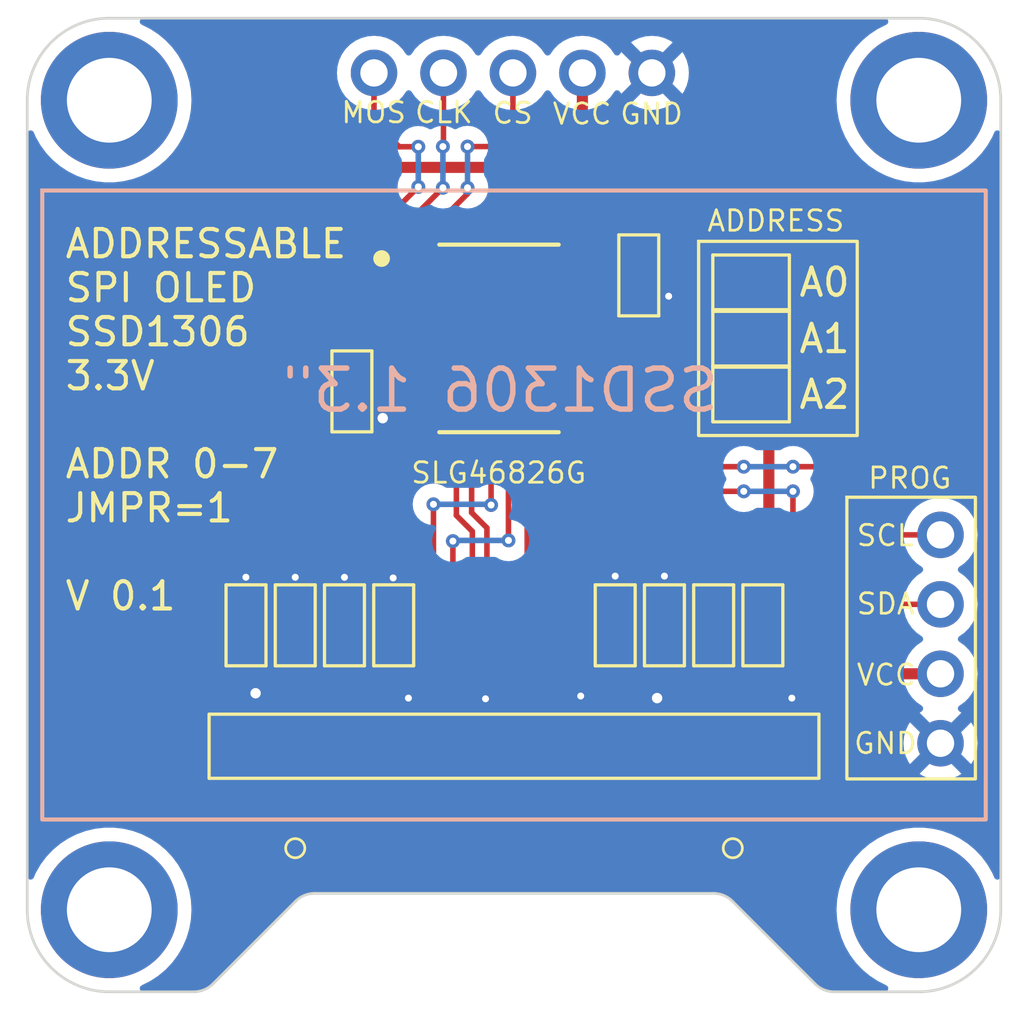
<source format=kicad_pcb>
(kicad_pcb (version 20221018) (generator pcbnew)
  (layers (0 "F.Cu" signal) (31 "B.Cu" signal) (34 "B.Paste" user) (35 "F.Paste" user) (36 "B.SilkS" user "B.Silkscreen") (37 "F.SilkS" user "F.Silkscreen") (38 "B.Mask" user) (39 "F.Mask" user) (44 "Edge.Cuts" user))
  (net 0 "")
  (net 1 "VDD")
  (net 2 "GND")
  (net 3 "Net-(U2-VCOMH)")
  (net 4 "Net-(U2-C2N)")
  (net 5 "Net-(U2-C2P)")
  (net 6 "Net-(U2-C1P)")
  (net 7 "Net-(U2-C1N)")
  (net 8 "Net-(U2-VCC)")
  (net 9 "/CS")
  (net 10 "/CLK")
  (net 11 "/MOSI")
  (net 12 "/I2C_DAT")
  (net 13 "/I2C_CLK")
  (net 14 "Net-(U2-IREF)")
  (net 15 "/OLED_CS")
  (net 16 "/OLED_CLK")
  (net 17 "/OLED_MOSI")
  (net 18 "/OLED_RST")
  (net 19 "/OLED_DC")
  (net 20 "Net-(U1-IO4)")
  (net 21 "Net-(U1-IO3)")
  (net 22 "Net-(U1-IO2)")
  (footprint "addressable_oled:TSSOP20_MO-220_WECE_REN" (layer "F.Cu") (at -0.549301 -6.090701)
    (fp_text reference "U1" hide)
    (fp_text value "SLG46826G" hide)
    (fp_line (start -2.182264 3.429) (end 2.182251 3.429) (stroke (width 0.1524)) (layer "F.SilkS"))
    (fp_line (start 2.182264 -3.429) (end -2.182251 -3.429) (stroke (width 0.1524)) (layer "F.SilkS"))
    (fp_circle (center -4.2926 -2.921) (end -3.9926 -2.921) (stroke (width 0.01)) (fill solid) (layer "F.SilkS"))
    (pad "1" smd rect (at -2.90195 -2.925) (size 1.3081 0.3556) (layers "F.Cu" "F.Paste" "F.Mask") (net 9 "/CS"))
    (pad "2" smd rect (at -2.90195 -2.274999) (size 1.3081 0.3556) (layers "F.Cu" "F.Paste" "F.Mask") (net 10 "/CLK"))
    (pad "3" smd rect (at -2.90195 -1.625001) (size 1.3081 0.3556) (layers "F.Cu" "F.Paste" "F.Mask") (net 11 "/MOSI"))
    (pad "4" smd rect (at -2.90195 -0.974999) (size 1.3081 0.3556) (layers "F.Cu" "F.Paste" "F.Mask") (net 15 "/OLED_CS"))
    (pad "5" smd rect (at -2.90195 -0.325001) (size 1.3081 0.3556) (layers "F.Cu" "F.Paste" "F.Mask") (net 16 "/OLED_CLK"))
    (pad "6" smd rect (at -2.90195 0.324998) (size 1.3081 0.3556) (layers "F.Cu" "F.Paste" "F.Mask") (net 17 "/OLED_MOSI"))
    (pad "7" smd rect (at -2.90195 0.974999) (size 1.3081 0.3556) (layers "F.Cu" "F.Paste" "F.Mask") (net 1 "VDD"))
    (pad "8" smd rect (at -2.90195 1.624998) (size 1.3081 0.3556) (layers "F.Cu" "F.Paste" "F.Mask") (net 18 "/OLED_RST"))
    (pad "9" smd rect (at -2.90195 2.274999) (size 1.3081 0.3556) (layers "F.Cu" "F.Paste" "F.Mask") (net 19 "/OLED_DC"))
    (pad "10" smd rect (at -2.90195 2.924998) (size 1.3081 0.3556) (layers "F.Cu" "F.Paste" "F.Mask") (net 2 "GND"))
    (pad "11" smd rect (at 2.90195 2.925) (size 1.3081 0.3556) (layers "F.Cu" "F.Paste" "F.Mask"))
    (pad "12" smd rect (at 2.90195 2.275002) (size 1.3081 0.3556) (layers "F.Cu" "F.Paste" "F.Mask") (net 12 "/I2C_DAT"))
    (pad "13" smd rect (at 2.90195 1.625001) (size 1.3081 0.3556) (layers "F.Cu" "F.Paste" "F.Mask") (net 13 "/I2C_CLK"))
    (pad "14" smd rect (at 2.90195 0.975002) (size 1.3081 0.3556) (layers "F.Cu" "F.Paste" "F.Mask") (net 13 "/I2C_CLK"))
    (pad "15" smd rect (at 2.90195 0.325001) (size 1.3081 0.3556) (layers "F.Cu" "F.Paste" "F.Mask") (net 20 "Net-(U1-IO4)"))
    (pad "16" smd rect (at 2.90195 -0.324998) (size 1.3081 0.3556) (layers "F.Cu" "F.Paste" "F.Mask") (net 21 "Net-(U1-IO3)"))
    (pad "17" smd rect (at 2.90195 -0.974999) (size 1.3081 0.3556) (layers "F.Cu" "F.Paste" "F.Mask") (net 22 "Net-(U1-IO2)"))
    (pad "18" smd rect (at 2.90195 -1.624998) (size 1.3081 0.3556) (layers "F.Cu" "F.Paste" "F.Mask") (net 12 "/I2C_DAT"))
    (pad "19" smd rect (at 2.90195 -2.274999) (size 1.3081 0.3556) (layers "F.Cu" "F.Paste" "F.Mask"))
    (pad "20" smd rect (at 2.90195 -2.924998) (size 1.3081 0.3556) (layers "F.Cu" "F.Paste" "F.Mask") (net 1 "VDD"))
  )
  (footprint "addressable_oled:MountingHole" (layer "F.Cu") (at 14.8 -14.8)
    (fp_text reference "H2" hide)
    (fp_text value "MountingHole" hide)
    (pad "1" thru_hole circle locked (at 0 0) (size 5 5) (drill 3.1) (layers "*.Cu" "*.Mask"))
  )
  (footprint "addressable_oled:SolderJumper-2_P1.3mm_Open_Pad1.0x1.5mm" (layer "F.Cu") (at 8.669099 -6.081701)
    (fp_text reference "JP2" hide)
    (fp_text value "Jumper_2_Open" hide)
    (fp_line (start -1.4 -1) (end 1.4 -1) (stroke (width 0.12)) (layer "F.SilkS"))
    (fp_line (start -1.4 1) (end -1.4 -1) (stroke (width 0.12)) (layer "F.SilkS"))
    (fp_line (start 1.4 -1) (end 1.4 1) (stroke (width 0.12)) (layer "F.SilkS"))
    (fp_line (start 1.4 1) (end -1.4 1) (stroke (width 0.12)) (layer "F.SilkS"))
    (pad "1" smd rect (at -0.65 0) (size 1 1.5) (layers "F.Cu" "F.Mask") (net 21 "Net-(U1-IO3)"))
    (pad "2" smd rect (at 0.65 0) (size 1 1.5) (layers "F.Cu" "F.Mask") (net 1 "VDD"))
  )
  (footprint "addressable_oled:MountingHole" (layer "F.Cu") (at 14.8 14.8)
    (fp_text reference "H3" hide)
    (fp_text value "MountingHole" hide)
    (pad "1" thru_hole circle locked (at 0 0) (size 5 5) (drill 3.1) (layers "*.Cu" "*.Mask"))
  )
  (footprint "addressable_oled:R_0603_1608Metric" (layer "F.Cu") (at -4.4 4.4 90)
    (fp_text reference "R3" hide)
    (fp_text value "910K" hide)
    (fp_line (start -1.48 -0.73) (end 1.48 -0.73) (stroke (width 0.12)) (layer "F.SilkS"))
    (fp_line (start -1.48 0.73) (end -1.48 -0.73) (stroke (width 0.12)) (layer "F.SilkS"))
    (fp_line (start 1.48 -0.73) (end 1.48 0.73) (stroke (width 0.12)) (layer "F.SilkS"))
    (fp_line (start 1.48 0.73) (end -1.48 0.73) (stroke (width 0.12)) (layer "F.SilkS"))
    (pad "1" smd roundrect (at -0.825 0 90) (size 0.8 0.95) (layers "F.Cu" "F.Paste" "F.Mask") (net 14 "Net-(U2-IREF)"))
    (pad "2" smd roundrect (at 0.825 0 90) (size 0.8 0.95) (layers "F.Cu" "F.Paste" "F.Mask") (net 2 "GND"))
  )
  (footprint "addressable_oled:C_0603_1608Metric" (layer "F.Cu") (at 5.5 4.4 -90)
    (fp_text reference "C6" hide)
    (fp_text value "100n" hide)
    (fp_line (start -1.48 -0.73) (end 1.48 -0.73) (stroke (width 0.12)) (layer "F.SilkS"))
    (fp_line (start -1.48 0.73) (end -1.48 -0.73) (stroke (width 0.12)) (layer "F.SilkS"))
    (fp_line (start 1.48 -0.73) (end 1.48 0.73) (stroke (width 0.12)) (layer "F.SilkS"))
    (fp_line (start 1.48 0.73) (end -1.48 0.73) (stroke (width 0.12)) (layer "F.SilkS"))
    (pad "1" smd roundrect (at -0.775 0 270) (size 0.9 0.95) (layers "F.Cu" "F.Paste" "F.Mask") (net 2 "GND"))
    (pad "2" smd roundrect (at 0.775 0 270) (size 0.9 0.95) (layers "F.Cu" "F.Paste" "F.Mask") (net 1 "VDD"))
  )
  (footprint "addressable_oled:OLED-128O064D" (layer "F.Cu") (at 0 8.8 180)
    (fp_text reference "U2" hide)
    (fp_text value "OLED-128O064D" hide)
    (fp_line (start -11.1506 -1.1938) (end 11.1494 -1.1938) (stroke (width 0.12)) (layer "F.SilkS"))
    (fp_line (start -11.15 -1.1684) (end -11.15 1.15) (stroke (width 0.12)) (layer "F.SilkS"))
    (fp_line (start -11.15 1.15) (end 11.15 1.15) (stroke (width 0.12)) (layer "F.SilkS"))
    (fp_line (start 11.15 1.15) (end 11.15 -1.1938) (stroke (width 0.12)) (layer "F.SilkS"))
    (fp_circle (center -8 -3.75) (end -7.65 -3.75) (stroke (width 0.1)) (fill none) (layer "F.SilkS"))
    (fp_circle (center 8 -3.75) (end 8.35 -3.75) (stroke (width 0.1)) (fill none) (layer "F.SilkS"))
    (pad "1" smd rect locked (at -10.15 0 180) (size 0.4 2) (layers "F.Cu" "F.Paste" "F.Mask") (net 2 "GND"))
    (pad "2" smd rect locked (at -9.45 0 180) (size 0.4 2) (layers "F.Cu" "F.Paste" "F.Mask") (net 4 "Net-(U2-C2N)"))
    (pad "3" smd rect locked (at -8.75 0 180) (size 0.4 2) (layers "F.Cu" "F.Paste" "F.Mask") (net 5 "Net-(U2-C2P)"))
    (pad "4" smd rect locked (at -8.05 0 180) (size 0.4 2) (layers "F.Cu" "F.Paste" "F.Mask") (net 6 "Net-(U2-C1P)"))
    (pad "5" smd rect locked (at -7.35 0 180) (size 0.4 2) (layers "F.Cu" "F.Paste" "F.Mask") (net 7 "Net-(U2-C1N)"))
    (pad "6" smd rect locked (at -6.65 0 180) (size 0.4 2) (layers "F.Cu" "F.Paste" "F.Mask") (net 1 "VDD"))
    (pad "7" smd rect locked (at -5.95 0 180) (size 0.4 2) (layers "F.Cu" "F.Paste" "F.Mask"))
    (pad "8" smd rect locked (at -5.25 0 180) (size 0.4 2) (layers "F.Cu" "F.Paste" "F.Mask") (net 2 "GND"))
    (pad "9" smd rect locked (at -4.55 0 180) (size 0.4 2) (layers "F.Cu" "F.Paste" "F.Mask") (net 1 "VDD"))
    (pad "10" smd rect locked (at -3.85 0 180) (size 0.4 2) (layers "F.Cu" "F.Paste" "F.Mask") (net 2 "GND"))
    (pad "11" smd rect locked (at -3.15 0 180) (size 0.4 2) (layers "F.Cu" "F.Paste" "F.Mask") (net 2 "GND"))
    (pad "12" smd rect locked (at -2.45 0 180) (size 0.4 2) (layers "F.Cu" "F.Paste" "F.Mask") (net 2 "GND"))
    (pad "13" smd rect locked (at -1.75 0 180) (size 0.4 2) (layers "F.Cu" "F.Paste" "F.Mask") (net 15 "/OLED_CS"))
    (pad "14" smd rect locked (at -1.05 0 180) (size 0.4 2) (layers "F.Cu" "F.Paste" "F.Mask") (net 18 "/OLED_RST"))
    (pad "15" smd rect locked (at -0.35 0 180) (size 0.4 2) (layers "F.Cu" "F.Paste" "F.Mask") (net 19 "/OLED_DC"))
    (pad "16" smd rect locked (at 0.35 0 180) (size 0.4 2) (layers "F.Cu" "F.Paste" "F.Mask") (net 2 "GND"))
    (pad "17" smd rect locked (at 1.05 0 180) (size 0.4 2) (layers "F.Cu" "F.Paste" "F.Mask") (net 2 "GND"))
    (pad "18" smd rect locked (at 1.75 0 180) (size 0.4 2) (layers "F.Cu" "F.Paste" "F.Mask") (net 16 "/OLED_CLK"))
    (pad "19" smd rect locked (at 2.45 0 180) (size 0.4 2) (layers "F.Cu" "F.Paste" "F.Mask") (net 17 "/OLED_MOSI"))
    (pad "20" smd rect locked (at 3.15 0 180) (size 0.4 2) (layers "F.Cu" "F.Paste" "F.Mask"))
    (pad "21" smd rect locked (at 3.85 0 180) (size 0.4 2) (layers "F.Cu" "F.Paste" "F.Mask") (net 2 "GND"))
    (pad "22" smd rect locked (at 4.55 0 180) (size 0.4 2) (layers "F.Cu" "F.Paste" "F.Mask") (net 2 "GND"))
    (pad "23" smd rect locked (at 5.25 0 180) (size 0.4 2) (layers "F.Cu" "F.Paste" "F.Mask") (net 2 "GND"))
    (pad "24" smd rect locked (at 5.95 0 180) (size 0.4 2) (layers "F.Cu" "F.Paste" "F.Mask") (net 2 "GND"))
    (pad "25" smd rect locked (at 6.65 0 180) (size 0.4 2) (layers "F.Cu" "F.Paste" "F.Mask") (net 2 "GND"))
    (pad "26" smd rect locked (at 7.35 0 180) (size 0.4 2) (layers "F.Cu" "F.Paste" "F.Mask") (net 14 "Net-(U2-IREF)"))
    (pad "27" smd rect locked (at 8.05 0 180) (size 0.4 2) (layers "F.Cu" "F.Paste" "F.Mask") (net 3 "Net-(U2-VCOMH)"))
    (pad "28" smd rect locked (at 8.75 0 180) (size 0.4 2) (layers "F.Cu" "F.Paste" "F.Mask") (net 8 "Net-(U2-VCC)"))
    (pad "29" smd rect locked (at 9.45 0 180) (size 0.4 2) (layers "F.Cu" "F.Paste" "F.Mask") (net 2 "GND"))
    (pad "30" smd rect locked (at 10.15 0 180) (size 0.4 2) (layers "F.Cu" "F.Paste" "F.Mask") (net 2 "GND"))
  )
  (footprint "addressable_oled:C_0603_1608Metric" (layer "F.Cu") (at -6.2 4.4 -90)
    (fp_text reference "C3" hide)
    (fp_text value "2u2" hide)
    (fp_line (start -1.48 -0.73) (end 1.48 -0.73) (stroke (width 0.12)) (layer "F.SilkS"))
    (fp_line (start -1.48 0.73) (end -1.48 -0.73) (stroke (width 0.12)) (layer "F.SilkS"))
    (fp_line (start 1.48 -0.73) (end 1.48 0.73) (stroke (width 0.12)) (layer "F.SilkS"))
    (fp_line (start 1.48 0.73) (end -1.48 0.73) (stroke (width 0.12)) (layer "F.SilkS"))
    (pad "1" smd roundrect (at -0.775 0 270) (size 0.9 0.95) (layers "F.Cu" "F.Paste" "F.Mask") (net 2 "GND"))
    (pad "2" smd roundrect (at 0.775 0 270) (size 0.9 0.95) (layers "F.Cu" "F.Paste" "F.Mask") (net 3 "Net-(U2-VCOMH)"))
  )
  (footprint "addressable_oled:MountingHole" (layer "F.Cu") (at -14.8 14.8)
    (fp_text reference "H4" hide)
    (fp_text value "MountingHole" hide)
    (pad "1" thru_hole circle locked (at 0 0) (size 5 5) (drill 3.1) (layers "*.Cu" "*.Mask"))
  )
  (footprint "addressable_oled:C_0603_1608Metric" (layer "F.Cu") (at -5.927901 -4.154701 -90)
    (fp_text reference "C1" hide)
    (fp_text value "100n" hide)
    (fp_line (start -1.48 -0.73) (end 1.48 -0.73) (stroke (width 0.12)) (layer "F.SilkS"))
    (fp_line (start -1.48 0.73) (end -1.48 -0.73) (stroke (width 0.12)) (layer "F.SilkS"))
    (fp_line (start 1.48 -0.73) (end 1.48 0.73) (stroke (width 0.12)) (layer "F.SilkS"))
    (fp_line (start 1.48 0.73) (end -1.48 0.73) (stroke (width 0.12)) (layer "F.SilkS"))
    (pad "1" smd roundrect (at -0.775 0 270) (size 0.9 0.95) (layers "F.Cu" "F.Paste" "F.Mask") (net 1 "VDD"))
    (pad "2" smd roundrect (at 0.775 0 270) (size 0.9 0.95) (layers "F.Cu" "F.Paste" "F.Mask") (net 2 "GND"))
  )
  (footprint "addressable_oled:C_0603_1608Metric" (layer "F.Cu") (at 9.1 4.4 -90)
    (fp_text reference "C4" hide)
    (fp_text value "1u" hide)
    (fp_line (start -1.48 -0.73) (end 1.48 -0.73) (stroke (width 0.12)) (layer "F.SilkS"))
    (fp_line (start -1.48 0.73) (end -1.48 -0.73) (stroke (width 0.12)) (layer "F.SilkS"))
    (fp_line (start 1.48 -0.73) (end 1.48 0.73) (stroke (width 0.12)) (layer "F.SilkS"))
    (fp_line (start 1.48 0.73) (end -1.48 0.73) (stroke (width 0.12)) (layer "F.SilkS"))
    (pad "1" smd roundrect (at -0.775 0 270) (size 0.9 0.95) (layers "F.Cu" "F.Paste" "F.Mask") (net 4 "Net-(U2-C2N)"))
    (pad "2" smd roundrect (at 0.775 0 270) (size 0.9 0.95) (layers "F.Cu" "F.Paste" "F.Mask") (net 5 "Net-(U2-C2P)"))
  )
  (footprint "addressable_oled:C_0603_1608Metric" (layer "F.Cu") (at 4.562299 -8.396501 90)
    (fp_text reference "C2" hide)
    (fp_text value "100n" hide)
    (fp_line (start -1.48 -0.73) (end 1.48 -0.73) (stroke (width 0.12)) (layer "F.SilkS"))
    (fp_line (start -1.48 0.73) (end -1.48 -0.73) (stroke (width 0.12)) (layer "F.SilkS"))
    (fp_line (start 1.48 -0.73) (end 1.48 0.73) (stroke (width 0.12)) (layer "F.SilkS"))
    (fp_line (start 1.48 0.73) (end -1.48 0.73) (stroke (width 0.12)) (layer "F.SilkS"))
    (pad "1" smd roundrect (at -0.775 0 90) (size 0.9 0.95) (layers "F.Cu" "F.Paste" "F.Mask") (net 2 "GND"))
    (pad "2" smd roundrect (at 0.775 0 90) (size 0.9 0.95) (layers "F.Cu" "F.Paste" "F.Mask") (net 1 "VDD"))
  )
  (footprint "addressable_oled:MountingHole" (layer "F.Cu") (at -14.8 -14.8)
    (fp_text reference "H1" hide)
    (fp_text value "MountingHole" hide)
    (pad "1" thru_hole circle locked (at 0 0) (size 5 5) (drill 3.1) (layers "*.Cu" "*.Mask"))
  )
  (footprint "addressable_oled:PinHeader_1x04_P2.54mm_Vertical" (layer "F.Cu") (at 15.5956 8.7122 180)
    (fp_text reference "J2" hide)
    (fp_text value "Conn_01x03_Socket" hide)
    (pad "1" thru_hole circle (at 0 0 180) (size 1.7 1.7) (drill 1) (layers "*.Cu" "F.Mask") (net 2 "GND"))
    (pad "2" thru_hole oval (at 0 2.54 180) (size 1.7 1.7) (drill 1) (layers "*.Cu" "F.Mask") (net 1 "VDD"))
    (pad "3" thru_hole oval (at 0 5.08 180) (size 1.7 1.7) (drill 1) (layers "*.Cu" "F.Mask") (net 12 "/I2C_DAT"))
    (pad "4" thru_hole oval (at 0 7.62 180) (size 1.7 1.7) (drill 1) (layers "*.Cu" "F.Mask") (net 13 "/I2C_CLK"))
  )
  (footprint "addressable_oled:SolderJumper-2_P1.3mm_Open_Pad1.0x1.5mm" (layer "F.Cu") (at 8.669099 -8.141701)
    (fp_text reference "JP1" hide)
    (fp_text value "Jumper_2_Open" hide)
    (fp_line (start -1.4 -1) (end 1.4 -1) (stroke (width 0.12)) (layer "F.SilkS"))
    (fp_line (start -1.4 1) (end -1.4 -1) (stroke (width 0.12)) (layer "F.SilkS"))
    (fp_line (start 1.4 -1) (end 1.4 1) (stroke (width 0.12)) (layer "F.SilkS"))
    (fp_line (start 1.4 1) (end -1.4 1) (stroke (width 0.12)) (layer "F.SilkS"))
    (pad "1" smd rect (at -0.65 0) (size 1 1.5) (layers "F.Cu" "F.Mask") (net 22 "Net-(U1-IO2)"))
    (pad "2" smd rect (at 0.65 0) (size 1 1.5) (layers "F.Cu" "F.Mask") (net 1 "VDD"))
  )
  (footprint "addressable_oled:C_0603_1608Metric" (layer "F.Cu") (at 7.3 4.4 90)
    (fp_text reference "C5" hide)
    (fp_text value "1u" hide)
    (fp_line (start -1.48 -0.73) (end 1.48 -0.73) (stroke (width 0.12)) (layer "F.SilkS"))
    (fp_line (start -1.48 0.73) (end -1.48 -0.73) (stroke (width 0.12)) (layer "F.SilkS"))
    (fp_line (start 1.48 -0.73) (end 1.48 0.73) (stroke (width 0.12)) (layer "F.SilkS"))
    (fp_line (start 1.48 0.73) (end -1.48 0.73) (stroke (width 0.12)) (layer "F.SilkS"))
    (pad "1" smd roundrect (at -0.775 0 90) (size 0.9 0.95) (layers "F.Cu" "F.Paste" "F.Mask") (net 6 "Net-(U2-C1P)"))
    (pad "2" smd roundrect (at 0.775 0 90) (size 0.9 0.95) (layers "F.Cu" "F.Paste" "F.Mask") (net 7 "Net-(U2-C1N)"))
  )
  (footprint "addressable_oled:SolderJumper-2_P1.3mm_Open_Pad1.0x1.5mm" (layer "F.Cu") (at 8.669099 -4.040701)
    (fp_text reference "JP4" hide)
    (fp_text value "Jumper_2_Open" hide)
    (fp_line (start -1.4 -1) (end 1.4 -1) (stroke (width 0.12)) (layer "F.SilkS"))
    (fp_line (start -1.4 1) (end -1.4 -1) (stroke (width 0.12)) (layer "F.SilkS"))
    (fp_line (start 1.4 -1) (end 1.4 1) (stroke (width 0.12)) (layer "F.SilkS"))
    (fp_line (start 1.4 1) (end -1.4 1) (stroke (width 0.12)) (layer "F.SilkS"))
    (pad "1" smd rect (at -0.65 0) (size 1 1.5) (layers "F.Cu" "F.Mask") (net 20 "Net-(U1-IO4)"))
    (pad "2" smd rect (at 0.65 0) (size 1 1.5) (layers "F.Cu" "F.Mask") (net 1 "VDD"))
  )
  (footprint "addressable_oled:C_0603_1608Metric" (layer "F.Cu") (at -9.8 4.4 90)
    (fp_text reference "C9" hide)
    (fp_text value "2u2" hide)
    (fp_line (start -1.48 -0.73) (end 1.48 -0.73) (stroke (width 0.12)) (layer "F.SilkS"))
    (fp_line (start -1.48 0.73) (end -1.48 -0.73) (stroke (width 0.12)) (layer "F.SilkS"))
    (fp_line (start 1.48 -0.73) (end 1.48 0.73) (stroke (width 0.12)) (layer "F.SilkS"))
    (fp_line (start 1.48 0.73) (end -1.48 0.73) (stroke (width 0.12)) (layer "F.SilkS"))
    (pad "1" smd roundrect (at -0.775 0 90) (size 0.9 0.95) (layers "F.Cu" "F.Paste" "F.Mask") (net 8 "Net-(U2-VCC)"))
    (pad "2" smd roundrect (at 0.775 0 90) (size 0.9 0.95) (layers "F.Cu" "F.Paste" "F.Mask") (net 2 "GND"))
  )
  (footprint "addressable_oled:PinHeader_1x05_P2.54mm_Vertical" (layer "F.Cu") (at 5.04 -15.8 -90)
    (fp_text reference "J1" hide)
    (fp_text value "Conn_01x05_Pin" hide)
    (pad "1" thru_hole circle (at 0 0 270) (size 1.7 1.7) (drill 1) (layers "*.Cu" "*.Mask") (net 2 "GND"))
    (pad "2" thru_hole oval (at 0 2.54 270) (size 1.7 1.7) (drill 1) (layers "*.Cu" "*.Mask") (net 1 "VDD"))
    (pad "3" thru_hole oval (at 0 5.08 270) (size 1.7 1.7) (drill 1) (layers "*.Cu" "*.Mask") (net 9 "/CS"))
    (pad "4" thru_hole oval (at 0 7.62 270) (size 1.7 1.7) (drill 1) (layers "*.Cu" "*.Mask") (net 10 "/CLK"))
    (pad "5" thru_hole oval (at 0 10.16 270) (size 1.7 1.7) (drill 1) (layers "*.Cu" "*.Mask") (net 11 "/MOSI"))
  )
  (footprint "addressable_oled:C_0603_1608Metric" (layer "F.Cu") (at 3.7 4.4 -90)
    (fp_text reference "C7" hide)
    (fp_text value "100n" hide)
    (fp_line (start -1.48 -0.73) (end 1.48 -0.73) (stroke (width 0.12)) (layer "F.SilkS"))
    (fp_line (start -1.48 0.73) (end -1.48 -0.73) (stroke (width 0.12)) (layer "F.SilkS"))
    (fp_line (start 1.48 -0.73) (end 1.48 0.73) (stroke (width 0.12)) (layer "F.SilkS"))
    (fp_line (start 1.48 0.73) (end -1.48 0.73) (stroke (width 0.12)) (layer "F.SilkS"))
    (pad "1" smd roundrect (at -0.775 0 270) (size 0.9 0.95) (layers "F.Cu" "F.Paste" "F.Mask") (net 2 "GND"))
    (pad "2" smd roundrect (at 0.775 0 270) (size 0.9 0.95) (layers "F.Cu" "F.Paste" "F.Mask") (net 1 "VDD"))
  )
  (footprint "addressable_oled:C_0603_1608Metric" (layer "F.Cu") (at -8 4.4 90)
    (fp_text reference "C8" hide)
    (fp_text value "100n" hide)
    (fp_line (start -1.48 -0.73) (end 1.48 -0.73) (stroke (width 0.12)) (layer "F.SilkS"))
    (fp_line (start -1.48 0.73) (end -1.48 -0.73) (stroke (width 0.12)) (layer "F.SilkS"))
    (fp_line (start 1.48 -0.73) (end 1.48 0.73) (stroke (width 0.12)) (layer "F.SilkS"))
    (fp_line (start 1.48 0.73) (end -1.48 0.73) (stroke (width 0.12)) (layer "F.SilkS"))
    (pad "1" smd roundrect (at -0.775 0 90) (size 0.9 0.95) (layers "F.Cu" "F.Paste" "F.Mask") (net 8 "Net-(U2-VCC)"))
    (pad "2" smd roundrect (at 0.775 0 90) (size 0.9 0.95) (layers "F.Cu" "F.Paste" "F.Mask") (net 2 "GND"))
  )
  (gr_rect locked (start -17.25 -11.5) (end 17.25 11.5) (stroke (width 0.15)) (fill none) (layer "B.SilkS"))
  (gr_rect (start 12.1714 -0.284) (end 16.8714 10.016) (stroke (width 0.12)) (fill none) (layer "F.SilkS"))
  (gr_rect (start 6.750699 -9.640701) (end 12.550699 -2.540701) (stroke (width 0.12)) (fill none) (layer "F.SilkS"))
  (gr_arc locked (start -11.007107 17.507107) (mid -11.33153 17.72388) (end -11.714214 17.8) (stroke (width 0.1)) (layer "Edge.Cuts"))
  (gr_line locked (start -17.8 14.8) (end -17.8 -14.8) (stroke (width 0.1)) (layer "Edge.Cuts"))
  (gr_arc locked (start -7.992893 14.492893) (mid -7.66847 14.27612) (end -7.285786 14.2) (stroke (width 0.1)) (layer "Edge.Cuts"))
  (gr_arc locked (start -14.8 17.8) (mid -16.92132 16.92132) (end -17.8 14.8) (stroke (width 0.1)) (layer "Edge.Cuts"))
  (gr_line locked (start -7.285786 14.2) (end 7.285786 14.2) (stroke (width 0.1)) (layer "Edge.Cuts"))
  (gr_arc locked (start 14.8 -17.8) (mid 16.92132 -16.92132) (end 17.8 -14.8) (stroke (width 0.1)) (layer "Edge.Cuts"))
  (gr_line locked (start 7.992893 14.492893) (end 11.007107 17.507107) (stroke (width 0.1)) (layer "Edge.Cuts"))
  (gr_arc locked (start -17.8 -14.8) (mid -16.92132 -16.92132) (end -14.8 -17.8) (stroke (width 0.1)) (layer "Edge.Cuts"))
  (gr_line locked (start 11.714214 17.8) (end 14.8 17.8) (stroke (width 0.1)) (layer "Edge.Cuts"))
  (gr_arc locked (start 11.714214 17.8) (mid 11.331528 17.723884) (end 11.007107 17.507107) (stroke (width 0.1)) (layer "Edge.Cuts"))
  (gr_line locked (start -11.714214 17.8) (end -14.8 17.8) (stroke (width 0.1)) (layer "Edge.Cuts"))
  (gr_arc locked (start 17.8 14.8) (mid 16.92132 16.92132) (end 14.8 17.8) (stroke (width 0.1)) (layer "Edge.Cuts"))
  (gr_arc locked (start 7.285786 14.2) (mid 7.668472 14.276116) (end 7.992893 14.492893) (stroke (width 0.1)) (layer "Edge.Cuts"))
  (gr_line locked (start -7.992893 14.492893) (end -11.007107 17.507107) (stroke (width 0.1)) (layer "Edge.Cuts"))
  (gr_line locked (start -14.8 -17.8) (end 14.8 -17.8) (stroke (width 0.1)) (layer "Edge.Cuts"))
  (gr_line locked (start 17.8 -14.8) (end 17.8 14.8) (stroke (width 0.1)) (layer "Edge.Cuts"))
  (gr_text locked "SSD1306 1.3{dblquote}" (at -0.508 -4.191) (layer "B.SilkS") (effects (font (size 1.5 1.5) (thickness 0.2)) (justify mirror)))
  (gr_text locked "SLG46826G" (at -0.5588 -0.7366) (layer "F.SilkS") (effects (font (size 0.75 0.75) (thickness 0.1)) (justify bottom)))
  (gr_text "A0" (at 10.350699 -8.140701) (layer "F.SilkS") (effects (font (size 1 1)) (justify left)))
  (gr_text "GND" (at 12.3714 8.716) (layer "F.SilkS") (effects (font (size 0.75 0.75) (thickness 0.1)) (justify left)))
  (gr_text "SCL" (at 12.4714 1.116) (layer "F.SilkS") (effects (font (size 0.75 0.75) (thickness 0.1)) (justify left)))
  (gr_text "CS" (at -0.0508 -14.3256) (layer "F.SilkS") (effects (font (size 0.75 0.75) (thickness 0.1))))
  (gr_text "CLK" (at -2.5654 -14.351) (layer "F.SilkS") (effects (font (size 0.75 0.75) (thickness 0.1))))
  (gr_text locked "ADDRESSABLE\nSPI OLED\nSSD1306\n3.3V\n\nADDR 0-7\nJMPR=1\n\nV 0.1" (at -16.4846 -10.1346) (layer "F.SilkS") (effects (font (size 1 1)) (justify left top)))
  (gr_text "VCC" (at 2.4892 -14.3002) (layer "F.SilkS") (effects (font (size 0.75 0.75) (thickness 0.1))))
  (gr_text "A1" (at 10.350699 -6.080701) (layer "F.SilkS") (effects (font (size 1 1)) (justify left)))
  (gr_text "VCC" (at 12.4714 6.216) (layer "F.SilkS") (effects (font (size 0.75 0.75) (thickness 0.1)) (justify left)))
  (gr_text "MOS" (at -5.1308 -14.351) (layer "F.SilkS") (effects (font (size 0.75 0.75) (thickness 0.1))))
  (gr_text "PROG" (at 14.4714 -0.984) (layer "F.SilkS") (effects (font (size 0.75 0.75) (thickness 0.1))))
  (gr_text "SDA" (at 12.4714 3.616) (layer "F.SilkS") (effects (font (size 0.75 0.75) (thickness 0.1)) (justify left)))
  (gr_text "GND" (at 5.0292 -14.3002) (layer "F.SilkS") (effects (font (size 0.75 0.75) (thickness 0.1))))
  (gr_text "A2" (at 10.350699 -4.039701) (layer "F.SilkS") (effects (font (size 1 1)) (justify left)))
  (gr_text "ADDRESS" (at 9.5758 -10.3886) (layer "F.SilkS") (effects (font (size 0.75 0.75) (thickness 0.1))))
  (segment (start 3.7 5.175) (end 2.975 5.175) (width 0.4064) (layer "F.Cu") (net 1))
  (segment (start 9.293699 1.0668) (end 9.319099 1.0922) (width 0.4064) (layer "F.Cu") (net 1))
  (segment (start 9.319099 1.775299) (end 9.319099 -4.040701) (width 0.4064) (layer "F.Cu") (net 1))
  (segment (start 4.55 8.8) (end 4.55 7.3948) (width 0.3048) (layer "F.Cu") (net 1))
  (segment (start -4.3556 -12.3444) (end -5.9 -10.8) (width 0.4064) (layer "F.Cu") (net 1))
  (segment (start 9.319099 -9.934101) (end 7.2136 -12.0396) (width 0.4064) (layer "F.Cu") (net 1))
  (segment (start -3.451251 -5.115702) (end -5.7419 -5.115702) (width 0.3048) (layer "F.Cu") (net 1))
  (segment (start 4.55 7.3948) (end 3.7 6.5448) (width 0.3048) (layer "F.Cu") (net 1))
  (segment (start -5.9 -10.8) (end -5.9 -4.957602) (width 0.4064) (layer "F.Cu") (net 1))
  (segment (start 6.65 8.8) (end 6.65 7.05) (width 0.3048) (layer "F.Cu") (net 1))
  (segment (start 5.5 5.175) (end 3.7 5.175) (width 0.3048) (layer "F.Cu") (net 1))
  (segment (start 2.6 4.8) (end 2.6 2.3) (width 0.4064) (layer "F.Cu") (net 1))
  (segment (start 2.5 -15.8) (end 2.5 -12.3552) (width 0.4064) (layer "F.Cu") (net 1))
  (segment (start 5.6 5.275) (end 5.5 5.175) (width 0.3048) (layer "F.Cu") (net 1))
  (segment (start 2.6 2.3) (end 3.8332 1.0668) (width 0.4064) (layer "F.Cu") (net 1))
  (segment (start -5.9 -4.957602) (end -5.927901 -4.929701) (width 0.4064) (layer "F.Cu") (net 1))
  (segment (start 5.6 6) (end 5.6 5.275) (width 0.3048) (layer "F.Cu") (net 1))
  (segment (start 4.562299 -9.171501) (end 4.562299 -12.328701) (width 0.4064) (layer "F.Cu") (net 1))
  (segment (start 4.5466 -12.3444) (end -4.3556 -12.3444) (width 0.4064) (layer "F.Cu") (net 1))
  (segment (start 15.5956 6.1722) (end 13.716 6.1722) (width 0.4064) (layer "F.Cu") (net 1))
  (segment (start 3.8332 1.0668) (end 9.293699 1.0668) (width 0.4064) (layer "F.Cu") (net 1))
  (segment (start 4.562299 -12.328701) (end 4.5466 -12.3444) (width 0.4064) (layer "F.Cu") (net 1))
  (segment (start 2.352649 -9.015699) (end 4.406497 -9.015699) (width 0.3048) (layer "F.Cu") (net 1))
  (segment (start 2.975 5.175) (end 2.6 4.8) (width 0.4064) (layer "F.Cu") (net 1))
  (segment (start 7.2136 -12.0396) (end 6.9088 -12.3444) (width 0.4064) (layer "F.Cu") (net 1))
  (segment (start 3.7 6.5448) (end 3.7 5.175) (width 0.3048) (layer "F.Cu") (net 1))
  (segment (start 6.9088 -12.3444) (end 4.5466 -12.3444) (width 0.4064) (layer "F.Cu") (net 1))
  (segment (start 9.319099 1.0922) (end 9.319099 1.4) (width 0.4064) (layer "F.Cu") (net 1))
  (segment (start -5.7419 -5.115702) (end -5.927901 -4.929701) (width 0.2032) (layer "F.Cu") (net 1))
  (segment (start 6.65 7.05) (end 5.6 6) (width 0.3048) (layer "F.Cu") (net 1))
  (segment (start 13.716 6.1722) (end 9.319099 1.775299) (width 0.4064) (layer "F.Cu") (net 1))
  (segment (start 9.319099 -4.040701) (end 9.319099 -9.934101) (width 0.4064) (layer "F.Cu") (net 1))
  (segment (start -9.45 8.8) (end -9.45 6.8834) (width 0.3048) (layer "F.Cu") (net 2))
  (segment (start -5.713903 -3.165703) (end -5.927901 -3.379701) (width 0.2032) (layer "F.Cu") (net 2))
  (segment (start -10.15 7.0258) (end -10.0076 6.8834) (width 0.2032) (layer "F.Cu") (net 2))
  (segment (start 5.641499 -7.621501) (end 5.654499 -7.634501) (width 0.2032) (layer "F.Cu") (net 2))
  (segment (start -0.5842 7.0866) (end -1.0414 7.0866) (width 0.2032) (layer "F.Cu") (net 2))
  (segment (start 5.25 8.8) (end 5.25 7.0788) (width 0.3048) (layer "F.Cu") (net 2))
  (segment (start 2.45 8.8) (end 2.45 7.075) (width 0.2032) (layer "F.Cu") (net 2))
  (segment (start -5.25 7.0788) (end -5.2324 7.0612) (width 0.2032) (layer "F.Cu") (net 2))
  (segment (start -6.65 8.8) (end -6.65 7.3612) (width 0.2032) (layer "F.Cu") (net 2))
  (segment (start -0.35 7.3208) (end -0.5842 7.0866) (width 0.2032) (layer "F.Cu") (net 2))
  (segment (start -6.65 7.3612) (end -6.35 7.0612) (width 0.2032) (layer "F.Cu") (net 2))
  (segment (start -0.35 8.8) (end -0.35 7.3208) (width 0.2032) (layer "F.Cu") (net 2))
  (segment (start -5.95 7.0676) (end -5.9436 7.0612) (width 0.2032) (layer "F.Cu") (net 2))
  (segment (start -5.25 8.8) (end -5.25 7.0788) (width 0.2032) (layer "F.Cu") (net 2))
  (segment (start -5.2324 7.0612) (end -3.8608 7.0612) (width 0.2032) (layer "F.Cu") (net 2))
  (segment (start -1.05 7.1206) (end -1.016 7.0866) (width 0.2032) (layer "F.Cu") (net 2))
  (segment (start -6.35 7.0612) (end -5.9436 7.0612) (width 0.2032) (layer "F.Cu") (net 2))
  (segment (start -5.9436 7.0612) (end -5.2324 7.0612) (width 0.2032) (layer "F.Cu") (net 2))
  (segment (start 5.25 7.0788) (end 5.2324 7.0612) (width 0.2032) (layer "F.Cu") (net 2))
  (segment (start 2.4384 6.985) (end 3.3782 6.985) (width 0.2032) (layer "F.Cu") (net 2))
  (segment (start 5.5 3.625) (end 5.5 2.6) (width 0.2032) (layer "F.Cu") (net 2))
  (segment (start -6.2 3.625) (end -6.2 2.644) (width 0.2032) (layer "F.Cu") (net 2))
  (segment (start -5.713905 -3.165703) (end -5.927903 -3.379701) (width 0.3048) (layer "F.Cu") (net 2))
  (segment (start 10.15 8.8) (end 10.15 7.0712) (width 0.2032) (layer "F.Cu") (net 2))
  (segment (start 3.7 3.625) (end 3.7 2.6) (width 0.2032) (layer "F.Cu") (net 2))
  (segment (start 4.562299 -7.621501) (end 5.641499 -7.621501) (width 0.2032) (layer "F.Cu") (net 2))
  (segment (start -3.451251 -3.165703) (end -5.713905 -3.165703) (width 0.3048) (layer "F.Cu") (net 2))
  (segment (start 10.15 7.0712) (end 10.16 7.0612) (width 0.2032) (layer "F.Cu") (net 2))
  (segment (start 3.3782 6.985) (end 3.85 7.4568) (width 0.2032) (layer "F.Cu") (net 2))
  (segment (start 3.15 8.8) (end 3.15 6.9854) (width 0.2032) (layer "F.Cu") (net 2))
  (segment (start -10.0076 6.8834) (end -9.45 6.8834) (width 0.2032) (layer "F.Cu") (net 2))
  (segment (start -3.85 8.8) (end -3.85 7.072) (width 0.2032) (layer "F.Cu") (net 2))
  (segment (start -9.8 3.625) (end -9.8 2.646) (width 0.2032) (layer "F.Cu") (net 2))
  (segment (start 2.45 7.075) (end 2.5146 7.0104) (width 0.2032) (layer "F.Cu") (net 2))
  (segment (start -10.15 8.8) (end -10.15 7.0258) (width 0.2032) (layer "F.Cu") (net 2))
  (segment (start 3.85 7.4568) (end 3.85 8.8) (width 0.2032) (layer "F.Cu") (net 2))
  (segment (start -4.55 7.0646) (end -4.55 8.8) (width 0.2032) (layer "F.Cu") (net 2))
  (segment (start -4.4 3.575) (end -4.4 2.6866) (width 0.2032) (layer "F.Cu") (net 2))
  (segment (start -8 3.625) (end -8 2.6426) (width 0.2032) (layer "F.Cu") (net 2))
  (segment (start -3.85 7.072) (end -3.8608 7.0612) (width 0.2032) (layer "F.Cu") (net 2))
  (segment (start -1.05 8.8) (end -1.05 7.1206) (width 0.2032) (layer "F.Cu") (net 2))
  (segment (start -5.95 8.8) (end -5.95 7.0676) (width 0.2032) (layer "F.Cu") (net 2))
  (via (at 10.16 7.0612) (size 0.508) (drill 0.254) (layers "F.Cu" "B.Cu") (net 2))
  (via (at -4.4196 2.667) (size 0.508) (drill 0.254) (layers "F.Cu" "B.Cu") (net 2))
  (via (at 5.5 2.6) (size 0.508) (drill 0.254) (layers "F.Cu" "B.Cu") (net 2))
  (via (at -8 2.6426) (size 0.508) (drill 0.254) (layers "F.Cu" "B.Cu") (net 2))
  (via (at -6.2 2.644) (size 0.508) (drill 0.254) (layers "F.Cu" "B.Cu") (net 2))
  (via (at -3.8608 7.0612) (size 0.508) (drill 0.254) (layers "F.Cu" "B.Cu") (net 2))
  (via (at 5.654499 -7.634501) (size 0.508) (drill 0.254) (layers "F.Cu" "B.Cu") (net 2))
  (via (at 2.4384 6.985) (size 0.508) (drill 0.254) (layers "F.Cu" "B.Cu") (net 2))
  (via (at -4.8006 -3.175) (size 0.762) (drill 0.381) (layers "F.Cu" "B.Cu") (net 2))
  (via (at 5.2324 7.0612) (size 0.762) (drill 0.381) (layers "F.Cu" "B.Cu") (net 2))
  (via (at -1.0414 7.0866) (size 0.508) (drill 0.254) (layers "F.Cu" "B.Cu") (net 2))
  (via (at -9.45 6.8834) (size 0.762) (drill 0.381) (layers "F.Cu" "B.Cu") (net 2))
  (via (at -9.8044 2.6416) (size 0.508) (drill 0.254) (layers "F.Cu" "B.Cu") (net 2))
  (via (at 3.7 2.6) (size 0.508) (drill 0.254) (layers "F.Cu" "B.Cu") (net 2))
  (segment (start -6.2 5.184) (end -6.2 5.175) (width 0.2032) (layer "F.Cu") (net 3))
  (segment (start -8.05 7.034) (end -6.2 5.184) (width 0.2032) (layer "F.Cu") (net 3))
  (segment (start -8.05 8.8) (end -8.05 7.034) (width 0.2032) (layer "F.Cu") (net 3))
  (segment (start 10.0584 4.5834) (end 10.0584 5.8928) (width 0.2032) (layer "F.Cu") (net 4))
  (segment (start 10.0584 5.8928) (end 9.45 6.5012) (width 0.2032) (layer "F.Cu") (net 4))
  (segment (start 9.45 6.5012) (end 9.45 8.8) (width 0.2032) (layer "F.Cu") (net 4))
  (segment (start 9.1 3.625) (end 10.0584 4.5834) (width 0.2032) (layer "F.Cu") (net 4))
  (segment (start 8.75 8.8) (end 8.75 6.3376) (width 0.2032) (layer "F.Cu") (net 5))
  (segment (start 9.0932 5.9944) (end 9.0932 5.1818) (width 0.2032) (layer "F.Cu") (net 5))
  (segment (start 8.75 6.3376) (end 9.0932 5.9944) (width 0.2032) (layer "F.Cu") (net 5))
  (segment (start 9.0932 5.1818) (end 9.1 5.175) (width 0.2032) (layer "F.Cu") (net 5))
  (segment (start 8.05 8.8) (end 8.05 5.925) (width 0.2032) (layer "F.Cu") (net 6))
  (segment (start 8.05 5.925) (end 7.3 5.175) (width 0.2032) (layer "F.Cu") (net 6))
  (segment (start 6.35 5.6388) (end 6.35 4.575) (width 0.2032) (layer "F.Cu") (net 7))
  (segment (start 6.35 4.575) (end 7.3 3.625) (width 0.2032) (layer "F.Cu") (net 7))
  (segment (start 7.35 6.6388) (end 6.35 5.6388) (width 0.2032) (layer "F.Cu") (net 7))
  (segment (start 7.35 8.8) (end 7.35 6.6388) (width 0.2032) (layer "F.Cu") (net 7))
  (segment (start -8 5.175) (end -9.8 5.175) (width 0.2032) (layer "F.Cu") (net 8))
  (segment (start -8.001 6.1468) (end -8.001 5.176) (width 0.2032) (layer "F.Cu") (net 8))
  (segment (start -8.75 8.8) (end -8.75 6.8958) (width 0.2032) (layer "F.Cu") (net 8))
  (segment (start -8.75 6.8958) (end -8.001 6.1468) (width 0.2032) (layer "F.Cu") (net 8))
  (segment (start -8.001 5.176) (end -8 5.175) (width 0.2032) (layer "F.Cu") (net 8))
  (segment (start -3.2512 -9.8298) (end -1.7 -11.381) (width 0.2032) (layer "F.Cu") (net 9))
  (segment (start -0.04 -15.8) (end -0.04 -13.96) (width 0.2032) (layer "F.Cu") (net 9))
  (segment (start -1.7 -11.381) (end -1.7 -11.6) (width 0.2032) (layer "F.Cu") (net 9))
  (segment (start -0.8936 -13.1064) (end -1.7 -13.1064) (width 0.2032) (layer "F.Cu") (net 9))
  (segment (start -0.04 -13.96) (end -0.8936 -13.1064) (width 0.2032) (layer "F.Cu") (net 9))
  (segment (start -3.2512 -8.9916) (end -3.2512 -9.8298) (width 0.2032) (layer "F.Cu") (net 9))
  (via (at -1.7 -11.6) (size 0.508) (drill 0.254) (layers "F.Cu" "B.Cu") (net 9))
  (via (at -1.7 -13.1064) (size 0.508) (drill 0.254) (layers "F.Cu" "B.Cu") (net 9))
  (segment (start -1.7 -11.6) (end -1.7 -13.1064) (width 0.2032) (layer "B.Cu") (net 9))
  (segment (start -2.58 -15.8) (end -2.58 -13.1264) (width 0.2032) (layer "F.Cu") (net 10))
  (segment (start -4.572 -8.629199) (end -4.572 -9.628) (width 0.2032) (layer "F.Cu") (net 10))
  (segment (start -2.58 -13.1264) (end -2.6 -13.1064) (width 0.2032) (layer "F.Cu") (net 10))
  (segment (start -4.308501 -8.3657) (end -4.572 -8.629199) (width 0.2032) (layer "F.Cu") (net 10))
  (segment (start -4.572 -9.628) (end -2.6 -11.6) (width 0.2032) (layer "F.Cu") (net 10))
  (segment (start -3.451251 -8.3657) (end -4.308501 -8.3657) (width 0.2032) (layer "F.Cu") (net 10))
  (via (at -2.6 -13.1064) (size 0.508) (drill 0.254) (layers "F.Cu" "B.Cu") (net 10))
  (via (at -2.6 -11.6) (size 0.508) (drill 0.254) (layers "F.Cu" "B.Cu") (net 10))
  (segment (start -2.6 -13.1064) (end -2.6 -11.6) (width 0.2032) (layer "B.Cu") (net 10))
  (segment (start -5.12 -14.02) (end -4.2 -13.1) (width 0.2032) (layer "F.Cu") (net 11))
  (segment (start -3.451251 -7.715702) (end -4.567114 -7.715702) (width 0.2032) (layer "F.Cu") (net 11))
  (segment (start -5.12 -15.8) (end -5.12 -14.02) (width 0.2032) (layer "F.Cu") (net 11))
  (segment (start -5.1816 -9.9516) (end -3.5 -11.6332) (width 0.2032) (layer "F.Cu") (net 11))
  (segment (start -4.2 -13.1) (end -3.5 -13.1) (width 0.2032) (layer "F.Cu") (net 11))
  (segment (start -4.567114 -7.715702) (end -5.1816 -8.330188) (width 0.2032) (layer "F.Cu") (net 11))
  (segment (start -5.1816 -8.330188) (end -5.1816 -9.9516) (width 0.2032) (layer "F.Cu") (net 11))
  (via (at -3.5 -11.6332) (size 0.508) (drill 0.254) (layers "F.Cu" "B.Cu") (net 11))
  (via (at -3.5 -13.1) (size 0.508) (drill 0.254) (layers "F.Cu" "B.Cu") (net 11))
  (segment (start -3.5 -11.6332) (end -3.5 -13.1) (width 0.2032) (layer "B.Cu") (net 11))
  (segment (start 10.2 0.421) (end 10.2 -0.5) (width 0.2032) (layer "F.Cu") (net 12))
  (segment (start 0.9906 -7.263202) (end 1.443097 -7.715699) (width 0.2032) (layer "F.Cu") (net 12))
  (segment (start 7 -0.5) (end 8.4 -0.5) (width 0.2032) (layer "F.Cu") (net 12))
  (segment (start 1.495399 -3.815699) (end 0.9906 -4.320498) (width 0.2032) (layer "F.Cu") (net 12))
  (segment (start 2.352649 -3.815699) (end 3.684301 -3.815699) (width 0.2032) (layer "F.Cu") (net 12))
  (segment (start 13.4112 3.6322) (end 10.2 0.421) (width 0.2032) (layer "F.Cu") (net 12))
  (segment (start 3.684301 -3.815699) (end 7 -0.5) (width 0.2032) (layer "F.Cu") (net 12))
  (segment (start 0.9906 -4.320498) (end 0.9906 -7.263202) (width 0.2032) (layer "F.Cu") (net 12))
  (segment (start 1.443097 -7.715699) (end 2.352649 -7.715699) (width 0.2032) (layer "F.Cu") (net 12))
  (segment (start 15.5956 3.6322) (end 13.4112 3.6322) (width 0.2032) (layer "F.Cu") (net 12))
  (segment (start 2.352649 -3.815699) (end 1.495399 -3.815699) (width 0.2032) (layer "F.Cu") (net 12))
  (via (at 10.2 -0.5) (size 0.508) (drill 0.254) (layers "F.Cu" "B.Cu") (net 12))
  (via (at 8.4 -0.5) (size 0.508) (drill 0.254) (layers "F.Cu" "B.Cu") (net 12))
  (segment (start 10.2 -0.5) (end 8.4 -0.5) (width 0.2032) (layer "B.Cu") (net 12))
  (segment (start 3.927299 -5.115699) (end 2.352649 -5.115699) (width 0.2032) (layer "F.Cu") (net 13))
  (segment (start 13.5636 1.0922) (end 11.0714 -1.4) (width 0.2032) (layer "F.Cu") (net 13))
  (segment (start 7.5 -1.4) (end 8.4 -1.4) (width 0.2032) (layer "F.Cu") (net 13))
  (segment (start 11.0714 -1.4) (end 10.2 -1.4) (width 0.2032) (layer "F.Cu") (net 13))
  (segment (start 2.352649 -4.4657) (end 4.4343 -4.4657) (width 0.2032) (layer "F.Cu") (net 13))
  (segment (start 15.5956 1.0922) (end 13.5636 1.0922) (width 0.2032) (layer "F.Cu") (net 13))
  (segment (start 3.927299 -5.115699) (end 3.927299 -4.484901) (width 0.2032) (layer "F.Cu") (net 13))
  (segment (start 4.4343 -4.4657) (end 7.5 -1.4) (width 0.2032) (layer "F.Cu") (net 13))
  (via (at 8.4 -1.4) (size 0.508) (drill 0.254) (layers "F.Cu" "B.Cu") (net 13))
  (via (at 10.2 -1.4) (size 0.508) (drill 0.254) (layers "F.Cu" "B.Cu") (net 13))
  (segment (start 10.2 -1.4) (end 8.4 -1.4) (width 0.2032) (layer "B.Cu") (net 13))
  (segment (start -7.35 8.8) (end -7.35 7.2484) (width 0.2032) (layer "F.Cu") (net 14))
  (segment (start -6.5278 6.4262) (end -5.0292 6.4262) (width 0.2032) (layer "F.Cu") (net 14))
  (segment (start -4.4196 5.2446) (end -4.4 5.225) (width 0.2032) (layer "F.Cu") (net 14))
  (segment (start -4.4196 5.8166) (end -4.4196 5.2446) (width 0.2032) (layer "F.Cu") (net 14))
  (segment (start -7.35 7.2484) (end -6.5278 6.4262) (width 0.2032) (layer "F.Cu") (net 14))
  (segment (start -5.0292 6.4262) (end -4.4196 5.8166) (width 0.2032) (layer "F.Cu") (net 14))
  (segment (start 0.4826 4.0132) (end 0.4826 -4.1148) (width 0.2032) (layer "F.Cu") (net 15))
  (segment (start -2.4683 -7.0657) (end -3.451251 -7.0657) (width 0.2032) (layer "F.Cu") (net 15))
  (segment (start 1.75 5.2806) (end 0.4826 4.0132) (width 0.2032) (layer "F.Cu") (net 15))
  (segment (start 1.75 8.8) (end 1.75 5.2806) (width 0.2032) (layer "F.Cu") (net 15))
  (segment (start 0.4826 -4.1148) (end -2.4683 -7.0657) (width 0.2032) (layer "F.Cu") (net 15))
  (segment (start -2.2352 5.3594) (end -2.2352 1.3208) (width 0.2032) (layer "F.Cu") (net 16))
  (segment (start -3.451251 -6.415702) (end -2.554902 -6.415702) (width 0.2032) (layer "F.Cu") (net 16))
  (segment (start -0.2032 -4.064) (end -0.2032 1.2954) (width 0.2032) (layer "F.Cu") (net 16))
  (segment (start -1.75 8.8) (end -1.75 5.8446) (width 0.2032) (layer "F.Cu") (net 16))
  (segment (start -2.554902 -6.415702) (end -0.2032 -4.064) (width 0.2032) (layer "F.Cu") (net 16))
  (segment (start -1.75 5.8446) (end -2.2352 5.3594) (width 0.2032) (layer "F.Cu") (net 16))
  (via (at -0.2032 1.2954) (size 0.508) (drill 0.254) (layers "F.Cu" "B.Cu") (net 16))
  (via (at -2.2352 1.3208) (size 0.508) (drill 0.254) (layers "F.Cu" "B.Cu") (net 16))
  (segment (start -0.2032 1.2954) (end -2.2098 1.2954) (width 0.2032) (layer "B.Cu") (net 16))
  (segment (start -2.2098 1.2954) (end -2.2352 1.3208) (width 0.2032) (layer "B.Cu") (net 16))
  (segment (start -0.8382 -4.011618) (end -0.8382 0) (width 0.2032) (layer "F.Cu") (net 17))
  (segment (start -2.45 8.8) (end -2.45 6.3892) (width 0.2032) (layer "F.Cu") (net 17))
  (segment (start -2.45 6.3892) (end -2.9464 5.8928) (width 0.2032) (layer "F.Cu") (net 17))
  (segment (start -3.451251 -5.765703) (end -2.592285 -5.765703) (width 0.2032) (layer "F.Cu") (net 17))
  (segment (start -2.9464 5.8928) (end -2.9464 -0.0254) (width 0.2032) (layer "F.Cu") (net 17))
  (segment (start -2.592285 -5.765703) (end -0.8382 -4.011618) (width 0.2032) (layer "F.Cu") (net 17))
  (via (at -0.8382 0) (size 0.508) (drill 0.254) (layers "F.Cu" "B.Cu") (net 17))
  (via (at -2.9464 -0.0254) (size 0.508) (drill 0.254) (layers "F.Cu" "B.Cu") (net 17))
  (segment (start -2.9464 -0.0254) (end -0.8636 -0.0254) (width 0.2032) (layer "B.Cu") (net 17))
  (segment (start -0.8636 -0.0254) (end -0.8382 0) (width 0.2032) (layer "B.Cu") (net 17))
  (segment (start -1.5494 -3.429) (end -2.586103 -4.465703) (width 0.2032) (layer "F.Cu") (net 18))
  (segment (start -1.5494 0.2794) (end -1.5494 -3.429) (width 0.2032) (layer "F.Cu") (net 18))
  (segment (start -0.9901 0.8387) (end -1.5494 0.2794) (width 0.2032) (layer "F.Cu") (net 18))
  (segment (start -2.586103 -4.465703) (end -3.451251 -4.465703) (width 0.2032) (layer "F.Cu") (net 18))
  (segment (start 1.05 6.0538) (end -0.9901 4.0137) (width 0.2032) (layer "F.Cu") (net 18))
  (segment (start 1.05 8.8) (end 1.05 6.0538) (width 0.2032) (layer "F.Cu") (net 18))
  (segment (start -0.9901 4.0137) (end -0.9901 0.8387) (width 0.2032) (layer "F.Cu") (net 18))
  (segment (start -2.1082 -3.329901) (end -2.594001 -3.815702) (width 0.2032) (layer "F.Cu") (net 19))
  (segment (start 0.35 6.7508) (end -1.524 4.8768) (width 0.2032) (layer "F.Cu") (net 19))
  (segment (start 0.35 8.8) (end 0.35 6.7508) (width 0.2032) (layer "F.Cu") (net 19))
  (segment (start -2.594001 -3.815702) (end -3.451251 -3.815702) (width 0.2032) (layer "F.Cu") (net 19))
  (segment (start -2.1082 0.381702) (end -2.1082 -3.329901) (width 0.2032) (layer "F.Cu") (net 19))
  (segment (start -1.524 0.965902) (end -2.1082 0.381702) (width 0.2032) (layer "F.Cu") (net 19))
  (segment (start -1.524 4.8768) (end -1.524 0.965902) (width 0.2032) (layer "F.Cu") (net 19))
  (segment (start 4.5343 -5.7657) (end 6.259299 -4.040701) (width 0.2032) (layer "F.Cu") (net 20))
  (segment (start 2.352649 -5.7657) (end 4.5343 -5.7657) (width 0.2032) (layer "F.Cu") (net 20))
  (segment (start 6.259299 -4.040701) (end 8.019099 -4.040701) (width 0.2032) (layer "F.Cu") (net 20))
  (segment (start 7.685101 -6.415699) (end 8.019099 -6.081701) (width 0.2032) (layer "F.Cu") (net 21))
  (segment (start 2.352649 -6.415699) (end 7.685101 -6.415699) (width 0.2032) (layer "F.Cu") (net 21))
  (segment (start 3.4801 -7.0657) (end 2.352649 -7.0657) (width 0.2032) (layer "F.Cu") (net 22))
  (segment (start 7.42 -8.141701) (end 6.1 -6.821701) (width 0.2032) (layer "F.Cu") (net 22))
  (segment (start 8.019099 -8.141701) (end 7.42 -8.141701) (width 0.2032) (layer "F.Cu") (net 22))
  (segment (start 6.1 -6.821701) (end 3.724099 -6.821701) (width 0.2032) (layer "F.Cu") (net 22))
  (segment (start 3.724099 -6.821701) (end 3.4801 -7.0657) (width 0.2032) (layer "F.Cu") (net 22))
  (zone (net 2) (net_name "GND") (layer "B.Cu") (connect_pads (clearance 0.5)) (min_thickness 0.25) (fill yes (thermal_gap 0.5) (thermal_bridge_width 0.5))
    (polygon (pts (xy -18.796 -18.4658) (xy 18.4658 -18.4658) (xy 18.4658 18.3642) (xy 17.8562 18.9738) (xy -18.796 18.9738)))
  )
)
</source>
